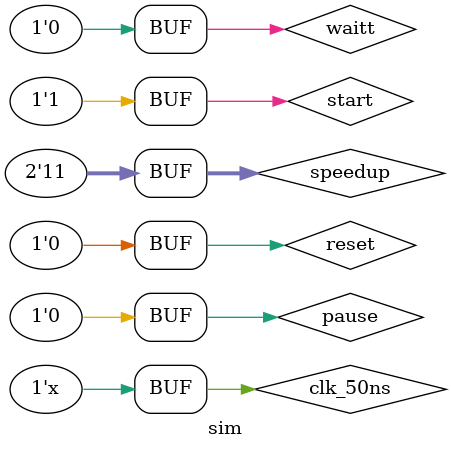
<source format=v>
`timescale 1ns / 1ps

module sim;
  reg reset;
  reg start;
  reg pause;
  reg waitt;
  reg clk_50ns;
  reg [1:0] speedup;
  wire [3:0] AN;
  wire [7:0] Seg;

  Top uut (
      reset,
      start,
      pause,
      waitt,
      clk_50ns,
      speedup,
      AN,
      Seg
  );

  always #10 clk_50ns = ~clk_50ns;

  initial begin
    clk_50ns = 0;
    reset = 0;
    start = 1;
    pause = 0;
    waitt = 0;
    speedup = 2'b00;

    #10 pause = 1;

    #10 pause = 0;

    #10 speedup = 2'b01;

    #10 speedup = 2'b10;

    #10 speedup = 2'b11;


  end
endmodule

</source>
